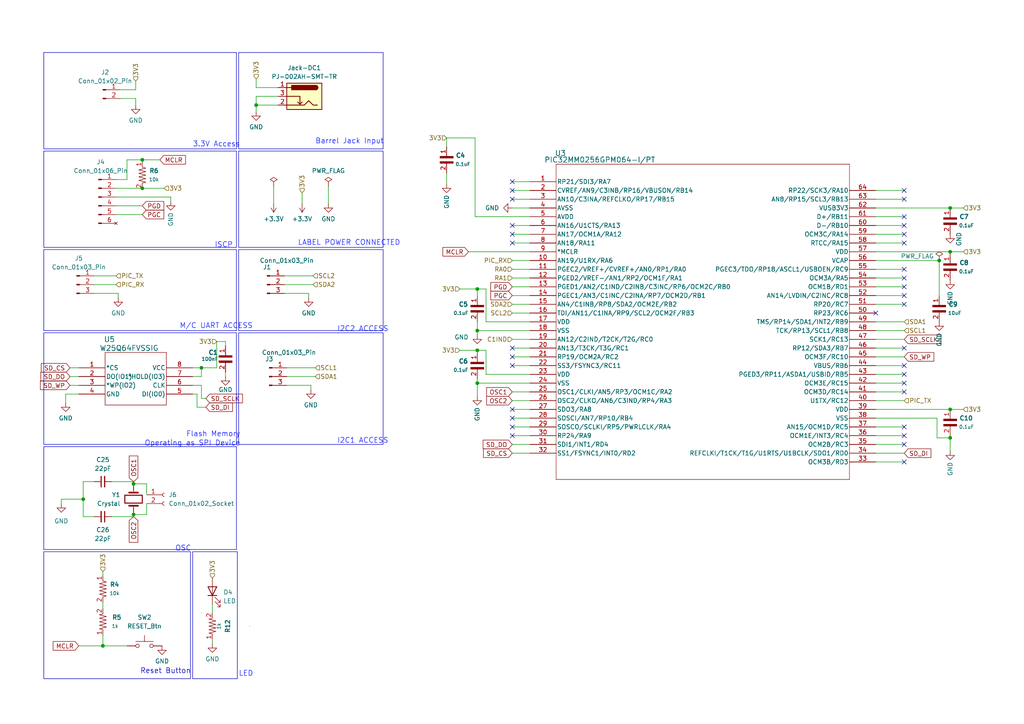
<source format=kicad_sch>
(kicad_sch (version 20230121) (generator eeschema)
  (paper "A4")
  (lib_symbols
    (symbol "+3.3V_1" (power) (pin_numbers hide) (pin_names (offset 0) hide)
      (property "Value" "+3.3V_1" (at 0 3.556 0))
      (symbol "+3.3V_1_0_1"
        (polyline (pts (xy -0.762 1.27) (xy 0 2.54)))
        (polyline (pts (xy 0 0) (xy 0 2.54)))
        (polyline (pts (xy 0 2.54) (xy 0.762 1.27)))
      )
      (symbol "+3.3V_1_1_1"
        (pin power_in line (at 0 0 90) (length 0) hide (name "+3.3V") (number "1"))
      )
    )
    (symbol "Connector:Conn_01x02_Pin" (pin_names (offset 1.016) hide)
      (property "Reference" "J" (at 0 2.54 0))
      (property "Value" "Conn_01x02_Pin" (at 0 -5.08 0))
      (symbol "Conn_01x02_Pin_1_1"
        (polyline (pts (xy 1.27 -2.54) (xy 0.8636 -2.54)) (stroke (width 0.1524)))
        (polyline (pts (xy 1.27 0) (xy 0.8636 0)) (stroke (width 0.1524)))
        (rectangle (start 0.8636 -2.413) (end 0 -2.667) (stroke (width 0.1524)) (fill (type outline)))
        (rectangle (start 0.8636 0.127) (end 0 -0.127) (stroke (width 0.1524)) (fill (type outline)))
        (pin passive line (at 5.08 0 180) (length 3.81) (name "Pin_1") (number "1"))
        (pin passive line (at 5.08 -2.54 180) (length 3.81) (name "Pin_2") (number "2"))
      )
    )
    (symbol "Connector:Conn_01x02_Socket" (pin_names (offset 1.016) hide)
      (property "Reference" "J" (at 0 2.54 0))
      (property "Value" "Conn_01x02_Socket" (at 0 -5.08 0))
      (symbol "Conn_01x02_Socket_1_1"
        (arc (start 0 -2.032) (mid -0.5058 -2.54) (end 0 -3.048) (stroke (width 0.1524)))
        (polyline (pts (xy -1.27 -2.54) (xy -0.508 -2.54)) (stroke (width 0.1524)))
        (polyline (pts (xy -1.27 0) (xy -0.508 0)) (stroke (width 0.1524)))
        (arc (start 0 0.508) (mid -0.5058 0) (end 0 -0.508) (stroke (width 0.1524)))
        (pin passive line (at -5.08 0 0) (length 3.81) (name "Pin_1") (number "1"))
        (pin passive line (at -5.08 -2.54 0) (length 3.81) (name "Pin_2") (number "2"))
      )
    )
    (symbol "Connector:Conn_01x03_Pin" (pin_names (offset 1.016) hide)
      (property "Reference" "J" (at 0 5.08 0))
      (property "Value" "Conn_01x03_Pin" (at 0 -5.08 0))
      (symbol "Conn_01x03_Pin_1_1"
        (polyline (pts (xy 1.27 -2.54) (xy 0.8636 -2.54)) (stroke (width 0.1524)))
        (polyline (pts (xy 1.27 0) (xy 0.8636 0)) (stroke (width 0.1524)))
        (polyline (pts (xy 1.27 2.54) (xy 0.8636 2.54)) (stroke (width 0.1524)))
        (rectangle (start 0.8636 -2.413) (end 0 -2.667) (stroke (width 0.1524)) (fill (type outline)))
        (rectangle (start 0.8636 0.127) (end 0 -0.127) (stroke (width 0.1524)) (fill (type outline)))
        (rectangle (start 0.8636 2.667) (end 0 2.413) (stroke (width 0.1524)) (fill (type outline)))
        (pin passive line (at 5.08 2.54 180) (length 3.81) (name "Pin_1") (number "1"))
        (pin passive line (at 5.08 0 180) (length 3.81) (name "Pin_2") (number "2"))
        (pin passive line (at 5.08 -2.54 180) (length 3.81) (name "Pin_3") (number "3"))
      )
    )
    (symbol "Connector:Conn_01x06_Pin" (pin_names (offset 1.016) hide)
      (property "Reference" "J3" (at 0.635 10.16 0))
      (property "Value" "Conn_01x06_Pin" (at 0.635 7.62 0))
      (symbol "Conn_01x06_Pin_1_1"
        (polyline (pts (xy 1.27 -7.62) (xy 0.8636 -7.62)) (stroke (width 0.1524)))
        (polyline (pts (xy 1.27 -5.08) (xy 0.8636 -5.08)) (stroke (width 0.1524)))
        (polyline (pts (xy 1.27 -2.54) (xy 0.8636 -2.54)) (stroke (width 0.1524)))
        (polyline (pts (xy 1.27 0) (xy 0.8636 0)) (stroke (width 0.1524)))
        (polyline (pts (xy 1.27 2.54) (xy 0.8636 2.54)) (stroke (width 0.1524)))
        (polyline (pts (xy 1.27 5.08) (xy 0.8636 5.08)) (stroke (width 0.1524)))
        (rectangle (start 0.8636 -7.493) (end 0 -7.747) (stroke (width 0.1524)) (fill (type outline)))
        (rectangle (start 0.8636 -4.953) (end 0 -5.207) (stroke (width 0.1524)) (fill (type outline)))
        (rectangle (start 0.8636 -2.413) (end 0 -2.667) (stroke (width 0.1524)) (fill (type outline)))
        (rectangle (start 0.8636 0.127) (end 0 -0.127) (stroke (width 0.1524)) (fill (type outline)))
        (rectangle (start 0.8636 2.667) (end 0 2.413) (stroke (width 0.1524)) (fill (type outline)))
        (rectangle (start 0.8636 5.207) (end 0 4.953) (stroke (width 0.1524)) (fill (type outline)))
        (pin passive line (at 5.08 5.08 180) (length 3.81) (name "Pin_1") (number "1"))
        (pin passive line (at 5.08 2.54 180) (length 3.81) (name "Pin_2") (number "2"))
        (pin passive line (at 5.08 0 180) (length 3.81) (name "Pin_3") (number "3"))
        (pin passive line (at 5.08 -2.54 180) (length 3.81) (name "Pin_4") (number "4"))
        (pin passive line (at 5.08 -5.08 180) (length 3.81) (name "Pin_5") (number "5"))
        (pin no_connect line (at 5.08 -7.62 180) (length 3.81) (name "Pin_6") (number "6"))
      )
    )
    (symbol "Device:C_Small" (pin_numbers hide) (pin_names (offset 0.254) hide)
      (property "Reference" "C" (at 0.254 1.778 0))
      (property "Value" "C_Small" (at 0.254 -2.032 0))
      (symbol "C_Small_0_1"
        (polyline (pts (xy -1.524 -0.508) (xy 1.524 -0.508)) (stroke (width 0.3302)))
        (polyline (pts (xy -1.524 0.508) (xy 1.524 0.508)) (stroke (width 0.3048)))
      )
      (symbol "C_Small_1_1"
        (pin passive line (at 0 2.54 270) (length 2.032) (name "~") (number "1"))
        (pin passive line (at 0 -2.54 90) (length 2.032) (name "~") (number "2"))
      )
    )
    (symbol "Device:Crystal" (pin_numbers hide) (pin_names (offset 1.016) hide)
      (property "Reference" "Y" (at 0 3.81 0))
      (property "Value" "Crystal" (at 0 -3.81 0))
      (symbol "Crystal_0_1"
        (rectangle (start -1.143 2.54) (end 1.143 -2.54) (stroke (width 0.3048)))
        (polyline (pts (xy -2.54 0) (xy -1.905 0)))
        (polyline (pts (xy -1.905 -1.27) (xy -1.905 1.27)) (stroke (width 0.508)))
        (polyline (pts (xy 1.905 -1.27) (xy 1.905 1.27)) (stroke (width 0.508)))
        (polyline (pts (xy 2.54 0) (xy 1.905 0)))
      )
      (symbol "Crystal_1_1"
        (pin passive line (at -3.81 0 0) (length 1.27) (name "1") (number "1"))
        (pin passive line (at 3.81 0 180) (length 1.27) (name "2") (number "2"))
      )
    )
    (symbol "Device:LED" (pin_numbers hide) (pin_names (offset 1.016) hide)
      (property "Reference" "D" (at 0 2.54 0))
      (property "Value" "LED" (at 0 -2.54 0))
      (symbol "LED_0_1"
        (polyline (pts (xy -1.27 -1.27) (xy -1.27 1.27)) (stroke (width 0.254)))
        (polyline (pts (xy -1.27 0) (xy 1.27 0)))
        (polyline (pts (xy 1.27 -1.27) (xy 1.27 1.27) (xy -1.27 0) (xy 1.27 -1.27)) (stroke (width 0.254)))
        (polyline (pts (xy -3.048 -0.762) (xy -4.572 -2.286) (xy -3.81 -2.286) (xy -4.572 -2.286) (xy -4.572 -1.524)))
        (polyline (pts (xy -1.778 -0.762) (xy -3.302 -2.286) (xy -2.54 -2.286) (xy -3.302 -2.286) (xy -3.302 -1.524)))
      )
      (symbol "LED_1_1"
        (pin passive line (at -3.81 0 0) (length 2.54) (name "K") (number "1"))
        (pin passive line (at 3.81 0 180) (length 2.54) (name "A") (number "2"))
      )
    )
    (symbol "GND_1" (power) (pin_numbers hide) (pin_names (offset 0) hide)
      (property "Value" "GND_1" (at 0 -3.81 0))
      (symbol "GND_1_0_1"
        (polyline (pts (xy 0 0) (xy 0 -1.27) (xy 1.27 -1.27) (xy 0 -2.54) (xy -1.27 -1.27) (xy 0 -1.27)))
      )
      (symbol "GND_1_1_1"
        (pin power_in line (at 0 0 270) (length 0) hide (name "GND") (number "1"))
      )
    )
    (symbol "PIC32MM0256GPM064:PIC32MM0256GPM064-I_MR" (pin_names (offset 0.254))
      (property "Reference" "U3" (at 109.855 -22.225 0))
      (property "Value" "PIC32MM0256GPM064-I/PT" (at 121.285 -24.13 0))
      (symbol "PIC32MM0256GPM064-I_MR_0_1"
        (polyline (pts (xy 108.585 -25.4) (xy 108.585 -116.84)) (stroke (width 0.127)))
        (polyline (pts (xy 193.675 -116.84) (xy 193.675 -25.4)) (stroke (width 0.127)))
        (pin bidirectional line (at 100.965 -30.48 0) (length 7.62) (name "RP21/SDI3/RA7") (number "1"))
        (pin bidirectional line (at 100.965 -53.34 0) (length 7.62) (name "AN19/U1RX/RA6") (number "10"))
        (pin bidirectional line (at 100.965 -55.88 0) (length 7.62) (name "PGEC2/VREF+/CVREF+/AN0/RP1/RA0") (number "11"))
        (pin bidirectional line (at 100.965 -58.42 0) (length 7.62) (name "PGED2/VREF-/AN1/RP2/OCM1F/RA1") (number "12"))
        (pin bidirectional line (at 100.965 -60.96 0) (length 7.62) (name "PGED1/AN2/C1IND/C2INB/C3INC/RP6/OCM2C/RB0") (number "13"))
        (pin bidirectional line (at 100.965 -63.5 0) (length 7.62) (name "PGEC1/AN3/C1INC/C2INA/RP7/OCM2D/RB1") (number "14"))
        (pin bidirectional line (at 100.965 -66.04 0) (length 7.62) (name "AN4/C1INB/RP8/SDA2/OCM2E/RB2") (number "15"))
        (pin bidirectional line (at 100.965 -68.58 0) (length 7.62) (name "TDI/AN11/C1INA/RP9/SCL2/OCM2F/RB3") (number "16"))
        (pin power_in line (at 100.965 -71.12 0) (length 7.62) (name "VDD") (number "17"))
        (pin bidirectional line (at 100.965 -76.2 0) (length 7.62) (name "AN12/C2IND/T2CK/T2G/RC0") (number "19"))
        (pin bidirectional line (at 100.965 -33.02 0) (length 7.62) (name "CVREF/AN9/C3INB/RP16/VBUSON/RB14") (number "2"))
        (pin bidirectional line (at 100.965 -78.74 0) (length 7.62) (name "AN13/T3CK/T3G/RC1") (number "20"))
        (pin bidirectional line (at 100.965 -81.28 0) (length 7.62) (name "RP19/OCM2A/RC2") (number "21"))
        (pin bidirectional line (at 100.965 -83.82 0) (length 7.62) (name "SS3/FSYNC3/RC11") (number "22"))
        (pin power_in line (at 100.965 -86.36 0) (length 7.62) (name "VDD") (number "23"))
        (pin bidirectional line (at 100.965 -91.44 0) (length 7.62) (name "OSC1/CLKI/AN5/RP3/OCM1C/RA2") (number "25"))
        (pin bidirectional line (at 100.965 -93.98 0) (length 7.62) (name "OSC2/CLKO/AN6/C3IND/RP4/RA3") (number "26"))
        (pin bidirectional line (at 100.965 -96.52 0) (length 7.62) (name "SDO3/RA8") (number "27"))
        (pin bidirectional line (at 100.965 -99.06 0) (length 7.62) (name "SOSCI/AN7/RP10/RB4") (number "28"))
        (pin bidirectional line (at 100.965 -101.6 0) (length 7.62) (name "SOSCO/SCLKI/RP5/PWRLCLK/RA4") (number "29"))
        (pin bidirectional line (at 100.965 -35.56 0) (length 7.62) (name "AN10/C3INA/REFCLKO/RP17/RB15") (number "3"))
        (pin bidirectional line (at 201.295 -111.76 180) (length 7.62) (name "OCM3B/RD3") (number "33"))
        (pin bidirectional line (at 201.295 -109.22 180) (length 7.62) (name "REFCLKI/T1CK/T1G/U1RTS/U1BCLK/SDO1/RD0") (number "34"))
        (pin bidirectional line (at 201.295 -106.68 180) (length 7.62) (name "OCM2B/RC3") (number "35"))
        (pin bidirectional line (at 201.295 -104.14 180) (length 7.62) (name "OCM1E/INT3/RC4") (number "36"))
        (pin bidirectional line (at 201.295 -101.6 180) (length 7.62) (name "AN15/OCM1D/RC5") (number "37"))
        (pin power_in line (at 201.295 -96.52 180) (length 7.62) (name "VDD") (number "39"))
        (pin bidirectional line (at 201.295 -93.98 180) (length 7.62) (name "U1TX/RC12") (number "40"))
        (pin bidirectional line (at 201.295 -91.44 180) (length 7.62) (name "OCM3D/RC14") (number "41"))
        (pin bidirectional line (at 201.295 -88.9 180) (length 7.62) (name "OCM3E/RC15") (number "42"))
        (pin bidirectional line (at 201.295 -86.36 180) (length 7.62) (name "PGED3/RP11/ASDA1/USBID/RB5") (number "43"))
        (pin unspecified line (at 201.295 -83.82 180) (length 7.62) (name "VBUS/RB6") (number "44"))
        (pin bidirectional line (at 201.295 -81.28 180) (length 7.62) (name "OCM3F/RC10") (number "45"))
        (pin bidirectional line (at 201.295 -78.74 180) (length 7.62) (name "RP12/SDA3/RB7") (number "46"))
        (pin bidirectional line (at 201.295 -76.2 180) (length 7.62) (name "SCK1/RC13") (number "47"))
        (pin bidirectional line (at 201.295 -73.66 180) (length 7.62) (name "TCK/RP13/SCL1/RB8") (number "48"))
        (pin bidirectional line (at 201.295 -71.12 180) (length 7.62) (name "TMS/RP14/SDA1/INT2/RB9") (number "49"))
        (pin power_in line (at 100.965 -40.64 0) (length 7.62) (name "AVDD") (number "5"))
        (pin bidirectional line (at 201.295 -68.58 180) (length 7.62) (name "RP23/RC6") (number "50"))
        (pin bidirectional line (at 201.295 -66.04 180) (length 7.62) (name "RP20/RC7") (number "51"))
        (pin bidirectional line (at 201.295 -63.5 180) (length 7.62) (name "AN14/LVDIN/C2INC/RC8") (number "52"))
        (pin bidirectional line (at 201.295 -60.96 180) (length 7.62) (name "OCM1B/RD1") (number "53"))
        (pin bidirectional line (at 201.295 -58.42 180) (length 7.62) (name "OCM3A/RA5") (number "54"))
        (pin bidirectional line (at 201.295 -55.88 180) (length 7.62) (name "PGEC3/TDO/RP18/ASCL1/USBOEN/RC9") (number "55"))
        (pin power_in line (at 201.295 -53.34 180) (length 7.62) (name "VCAP") (number "56"))
        (pin power_in line (at 201.295 -50.8 180) (length 7.62) (name "VDD") (number "57"))
        (pin bidirectional line (at 201.295 -48.26 180) (length 7.62) (name "RTCC/RA15") (number "58"))
        (pin bidirectional line (at 201.295 -45.72 180) (length 7.62) (name "OCM3C/RA14") (number "59"))
        (pin bidirectional line (at 100.965 -43.18 0) (length 7.62) (name "AN16/U1CTS/RA13") (number "6"))
        (pin bidirectional line (at 201.295 -43.18 180) (length 7.62) (name "D-/RB10") (number "60"))
        (pin bidirectional line (at 201.295 -40.64 180) (length 7.62) (name "D+/RB11") (number "61"))
        (pin power_in line (at 201.295 -38.1 180) (length 7.62) (name "VUSB3V3") (number "62"))
        (pin bidirectional line (at 201.295 -35.56 180) (length 7.62) (name "AN8/RP15/SCL3/RB13") (number "63"))
        (pin bidirectional line (at 201.295 -33.02 180) (length 7.62) (name "RP22/SCK3/RA10") (number "64"))
        (pin bidirectional line (at 100.965 -45.72 0) (length 7.62) (name "AN17/OCM1A/RA12") (number "7"))
        (pin bidirectional line (at 100.965 -48.26 0) (length 7.62) (name "AN18/RA11") (number "8"))
        (pin input line (at 100.965 -50.8 0) (length 7.62) (name "*MCLR") (number "9"))
      )
      (symbol "PIC32MM0256GPM064-I_MR_1_1"
        (polyline (pts (xy 193.675 -116.84) (xy 108.585 -116.84)))
        (polyline (pts (xy 193.675 -25.4) (xy 108.585 -25.4)))
        (pin power_in line (at 100.965 -73.66 0) (length 7.62) (name "VSS") (number "18"))
        (pin power_in line (at 100.965 -88.9 0) (length 7.62) (name "VSS") (number "24"))
        (pin bidirectional line (at 100.965 -104.14 0) (length 7.62) (name "RP24/RA9") (number "30"))
        (pin bidirectional line (at 100.965 -106.68 0) (length 7.62) (name "SDI1/INT1/RD4") (number "31"))
        (pin bidirectional line (at 100.965 -109.22 0) (length 7.62) (name "SS1/FSYNC1/INT0/RD2") (number "32"))
        (pin power_in line (at 201.295 -99.06 180) (length 7.62) (name "VSS") (number "38"))
        (pin power_in line (at 100.965 -38.1 0) (length 7.62) (name "AVSS") (number "4"))
      )
    )
    (symbol "Switch:SW_Push" (pin_numbers hide) (pin_names (offset 1.016) hide)
      (property "Reference" "SW" (at 1.27 2.54 0))
      (property "Value" "SW_Push" (at 0 -1.524 0))
      (symbol "SW_Push_0_1"
        (circle (center -2.032 0) (radius 0.508))
        (polyline (pts (xy 0 1.27) (xy 0 3.048)))
        (polyline (pts (xy 2.54 1.27) (xy -2.54 1.27)))
        (circle (center 2.032 0) (radius 0.508))
        (pin passive line (at -5.08 0 0) (length 2.54) (name "1") (number "1"))
        (pin passive line (at 5.08 0 180) (length 2.54) (name "2") (number "2"))
      )
    )
    (symbol "Triet_KiCAD_Sym:CAP_CER" (pin_names hide)
      (property "Reference" "C" (at 4.445 1.905 0))
      (property "Value" "nF" (at 4.445 0 0))
      (symbol "CAP_CER_0_1"
        (rectangle (start -1.905 -0.508) (end 1.905 -1.016) (fill (type outline)))
      )
      (symbol "CAP_CER_1_1"
        (rectangle (start -1.905 1.016) (end 1.905 0.508) (fill (type color) (color 132 0 0 1)))
        (pin passive line (at 0 3.81 270) (length 2.794) (name "~") (number "1"))
        (pin passive line (at 0 -3.81 90) (length 2.794) (name "~") (number "2"))
      )
    )
    (symbol "Triet_KiCAD_Sym:PJ-002AH-SMT-TR"
      (property "Reference" "Jack-DC" (at -6.985 5.08 0))
      (property "Value" "PJ-002AH-SMT-TR" (at -6.985 2.54 0))
      (symbol "PJ-002AH-SMT-TR_0_1"
        (rectangle (start -12.7 1.27) (end -2.54 -6.35) (stroke (width 0.254)) (fill (type background)))
        (arc (start -10.922 0.635) (mid -11.5543 0) (end -10.922 -0.635) (stroke (width 0.254)))
        (arc (start -10.922 0.635) (mid -11.5543 0) (end -10.922 -0.635) (stroke (width 0.254)) (fill (type outline)))
        (rectangle (start -3.937 0.635) (end -10.922 -0.635) (stroke (width 0.254)) (fill (type outline)))
        (polyline (pts (xy -6.35 -4.826) (xy -5.715 -4.191)) (stroke (width 0.254)))
        (polyline (pts (xy -2.54 0) (xy -3.81 0)) (stroke (width 0.254)))
        (polyline (pts (xy -2.54 -2.54) (xy -6.35 -2.54) (xy -6.35 -4.826) (xy -6.985 -4.191)) (stroke (width 0.254)))
        (polyline (pts (xy -11.43 -5.08) (xy -10.16 -5.08) (xy -8.89 -3.81) (xy -7.62 -5.08) (xy -5.08 -5.08) (xy -2.54 -5.08)) (stroke (width 0.254)))
      )
      (symbol "PJ-002AH-SMT-TR_1_1"
        (pin passive line (at 0 0 180) (length 2.54) (name "~") (number "1"))
        (pin passive line (at 0 -5.08 180) (length 2.54) (name "~") (number "2"))
        (pin passive line (at 0 -2.54 180) (length 2.54) (name "~") (number "3"))
      )
    )
    (symbol "Triet_KiCAD_Sym:Res" (pin_names hide)
      (property "Reference" "R" (at 0 4.445 0))
      (property "Value" "100R" (at 0 2.54 0))
      (symbol "Res_0_1"
        (polyline (pts (xy -1.778 0) (xy -2.032 1.016) (xy -2.286 0) (xy -2.54 0) (xy -2.54 0)))
        (polyline (pts (xy -1.27 0) (xy -1.524 -1.016) (xy -1.778 0) (xy -1.778 0) (xy -1.778 0)))
        (polyline (pts (xy -1.27 0) (xy -1.016 1.016) (xy -0.762 0) (xy -0.508 -1.016) (xy -0.254 0)))
        (polyline (pts (xy -0.254 0) (xy 0 1.016) (xy 0.254 0) (xy 0.508 -1.016) (xy 0.762 0)))
        (polyline (pts (xy 0.762 0) (xy 1.016 1.016) (xy 1.27 0) (xy 1.27 0) (xy 1.27 0)))
        (polyline (pts (xy 1.778 0) (xy 1.524 -1.016) (xy 1.27 0) (xy 1.27 0) (xy 1.27 0)))
        (polyline (pts (xy 1.778 0) (xy 2.032 1.016) (xy 2.286 0) (xy 2.54 0) (xy 2.54 0)))
      )
      (symbol "Res_1_1"
        (pin passive line (at -3.81 0 0) (length 1.27) (name "~") (number "1"))
        (pin passive line (at 3.81 0 180) (length 1.27) (name "~") (number "2"))
      )
    )
    (symbol "W25Q64FVSSIG:W25Q64FVSSIG" (pin_names (offset 0.254))
      (property "Reference" "U5" (at 81.915 -1.27 0))
      (property "Value" "W25Q64FVSSIG" (at 87.63 -3.81 0))
      (symbol "W25Q64FVSSIG_0_1"
        (pin input line (at 73.025 -9.525 0) (length 7.62) (name "*CS") (number "1"))
        (pin bidirectional line (at 73.025 -12.065 0) (length 7.62) (name "DO(IO1)") (number "2"))
        (pin bidirectional line (at 73.025 -14.605 0) (length 7.62) (name "*WP(IO2)") (number "3"))
        (pin power_in line (at 73.025 -17.145 0) (length 7.62) (name "GND") (number "4"))
        (pin bidirectional line (at 106.045 -17.145 180) (length 7.62) (name "DI(IO0)") (number "5"))
        (pin input line (at 106.045 -14.605 180) (length 7.62) (name "CLK") (number "6"))
        (pin bidirectional line (at 106.045 -12.065 180) (length 7.62) (name "*HOLD(IO3)") (number "7"))
        (pin power_in line (at 106.045 -9.525 180) (length 7.62) (name "VCC") (number "8"))
      )
      (symbol "W25Q64FVSSIG_1_1"
        (rectangle (start 80.645 -5.08) (end 98.425 -20.32) (fill (type color)))
      )
    )
    (symbol "power:+3.3V" (power) (pin_numbers hide) (pin_names (offset 0) hide)
      (property "Value" "+3.3V" (at 0 3.556 0))
      (symbol "+3.3V_0_1"
        (polyline (pts (xy -0.762 1.27) (xy 0 2.54)))
        (polyline (pts (xy 0 0) (xy 0 2.54)))
        (polyline (pts (xy 0 2.54) (xy 0.762 1.27)))
      )
      (symbol "+3.3V_1_1"
        (pin power_in line (at 0 0 90) (length 0) hide (name "+3.3V") (number "1"))
      )
    )
    (symbol "power:GND" (power) (pin_numbers hide) (pin_names (offset 0) hide)
      (property "Value" "GND" (at 0 -3.81 0))
      (symbol "GND_0_1"
        (polyline (pts (xy 0 0) (xy 0 -1.27) (xy 1.27 -1.27) (xy 0 -2.54) (xy -1.27 -1.27) (xy 0 -1.27)))
      )
      (symbol "GND_1_1"
        (pin power_in line (at 0 0 270) (length 0) hide (name "GND") (number "1"))
      )
    )
    (symbol "power:PWR_FLAG" (power) (pin_numbers hide) (pin_names (offset 0) hide)
      (property "Value" "PWR_FLAG" (at 0 3.81 0))
      (symbol "PWR_FLAG_0_0"
        (pin power_out line (at 0 0 90) (length 0) (name "pwr") (number "1"))
      )
      (symbol "PWR_FLAG_0_1"
        (polyline (pts (xy 0 0) (xy 0 1.27) (xy -1.016 1.905) (xy 0 2.54) (xy 1.016 1.905) (xy 0 1.27)))
      )
    )
  )
  (junction (at 24.13 144.78))
  (junction (at 275.59 118.745))
  (junction (at 138.43 83.82))
  (junction (at 74.295 30.48))
  (junction (at 272.415 75.565))
  (junction (at 138.43 95.885))
  (junction (at 138.43 111.125))
  (junction (at 275.59 60.325))
  (junction (at 275.59 127))
  (junction (at 38.735 140.335))
  (junction (at 38.735 149.225))
  (junction (at 41.275 46.355))
  (junction (at 41.275 54.61))
  (junction (at 58.42 106.68))
  (junction (at 29.845 187.325))
  (junction (at 275.59 73.025))
  (junction (at 138.43 101.6))
  (no_connect (at 148.59 57.785))
  (no_connect (at 262.255 70.485))
  (no_connect (at 262.255 100.965))
  (no_connect (at 262.255 65.405))
  (no_connect (at 262.255 80.645))
  (no_connect (at 262.255 133.985))
  (no_connect (at 262.255 57.785))
  (no_connect (at 262.255 108.585))
  (no_connect (at 262.255 126.365))
  (no_connect (at 148.59 55.245))
  (no_connect (at 262.255 62.865))
  (no_connect (at 262.255 55.245))
  (no_connect (at 148.59 70.485))
  (no_connect (at 148.59 118.745))
  (no_connect (at 148.59 106.045))
  (no_connect (at 148.59 123.825))
  (no_connect (at 148.59 67.945))
  (no_connect (at 262.255 123.825))
  (no_connect (at 148.59 103.505))
  (no_connect (at 262.255 78.105))
  (no_connect (at 148.59 65.405))
  (no_connect (at 262.255 106.045))
  (no_connect (at 262.255 67.945))
  (no_connect (at 262.255 111.125))
  (no_connect (at 262.255 85.725))
  (no_connect (at 148.59 121.285))
  (no_connect (at 254 90.805))
  (no_connect (at 148.59 100.965))
  (no_connect (at 148.59 126.365))
  (no_connect (at 262.255 113.665))
  (no_connect (at 262.255 88.265))
  (no_connect (at 148.59 52.705))
  (no_connect (at 262.255 128.905))
  (no_connect (at 262.255 83.185))
  (wire (pts (xy 148.59 118.745) (xy 153.67 118.745)))
  (wire (pts (xy 38.735 149.86) (xy 32.385 149.86)))
  (wire (pts (xy 275.59 73.025) (xy 275.59 73.66)))
  (wire (pts (xy 57.15 118.11) (xy 59.69 118.11)))
  (wire (pts (xy 275.59 118.745) (xy 279.4 118.745)))
  (wire (pts (xy 33.655 62.23) (xy 41.275 62.23)))
  (wire (pts (xy 148.59 126.365) (xy 153.67 126.365)))
  (wire (pts (xy 148.59 52.705) (xy 153.67 52.705)))
  (wire (pts (xy 272.415 75.565) (xy 272.415 85.725)))
  (wire (pts (xy 148.59 128.905) (xy 153.67 128.905)))
  (wire (pts (xy 38.735 139.7) (xy 38.735 140.335)))
  (wire (pts (xy 254 118.745) (xy 275.59 118.745)))
  (wire (pts (xy 55.88 111.76) (xy 58.42 111.76)))
  (wire (pts (xy 38.735 139.7) (xy 32.385 139.7)))
  (wire (pts (xy 74.295 30.48) (xy 80.645 30.48)))
  (wire (pts (xy 275.59 126.365) (xy 275.59 127)))
  (wire (pts (xy 49.53 57.15) (xy 49.53 58.42)))
  (wire (pts (xy 254 75.565) (xy 272.415 75.565)))
  (wire (pts (xy 254 60.325) (xy 275.59 60.325)))
  (wire (pts (xy 254 57.785) (xy 262.255 57.785)))
  (wire (pts (xy 140.97 108.585) (xy 153.67 108.585)))
  (wire (pts (xy 254 121.285) (xy 271.78 121.285)))
  (wire (pts (xy 254 106.045) (xy 262.255 106.045)))
  (wire (pts (xy 42.545 143.51) (xy 42.545 140.335)))
  (wire (pts (xy 254 93.345) (xy 262.255 93.345)))
  (wire (pts (xy 148.59 83.185) (xy 153.67 83.185)))
  (wire (pts (xy 20.32 109.22) (xy 22.86 109.22)))
  (wire (pts (xy 254 95.885) (xy 262.255 95.885)))
  (wire (pts (xy 42.545 149.225) (xy 38.735 149.225)))
  (wire (pts (xy 83.185 109.22) (xy 91.44 109.22)))
  (wire (pts (xy 29.845 165.735) (xy 29.845 167.005)))
  (wire (pts (xy 254 80.645) (xy 262.255 80.645)))
  (wire (pts (xy 29.845 174.625) (xy 29.845 176.53)))
  (wire (pts (xy 36.83 52.07) (xy 36.83 46.355)))
  (wire (pts (xy 41.275 46.355) (xy 41.275 46.99)))
  (wire (pts (xy 82.55 82.55) (xy 90.805 82.55)))
  (wire (pts (xy 148.59 103.505) (xy 153.67 103.505)))
  (wire (pts (xy 254 70.485) (xy 262.255 70.485)))
  (wire (pts (xy 254 131.445) (xy 262.255 131.445)))
  (wire (pts (xy 17.78 146.05) (xy 17.78 144.78)))
  (wire (pts (xy 254 133.985) (xy 262.255 133.985)))
  (wire (pts (xy 254 85.725) (xy 262.255 85.725)))
  (wire (pts (xy 27.305 80.01) (xy 33.655 80.01)))
  (wire (pts (xy 27.305 139.7) (xy 24.13 139.7)))
  (wire (pts (xy 58.42 106.68) (xy 62.865 106.68)))
  (wire (pts (xy 74.295 27.94) (xy 74.295 30.48)))
  (wire (pts (xy 254 88.265) (xy 262.255 88.265)))
  (wire (pts (xy 22.86 187.325) (xy 29.845 187.325)))
  (wire (pts (xy 148.59 116.205) (xy 153.67 116.205)))
  (wire (pts (xy 36.83 46.355) (xy 41.275 46.355)))
  (wire (pts (xy 29.845 184.15) (xy 29.845 187.325)))
  (wire (pts (xy 254 83.185) (xy 262.255 83.185)))
  (wire (pts (xy 275.59 73.025) (xy 279.4 73.025)))
  (wire (pts (xy 34.925 28.575) (xy 39.37 28.575)))
  (wire (pts (xy 24.13 149.86) (xy 27.305 149.86)))
  (wire (pts (xy 19.05 114.3) (xy 22.86 114.3)))
  (wire (pts (xy 90.17 111.76) (xy 90.17 113.03)))
  (wire (pts (xy 254 111.125) (xy 262.255 111.125)))
  (wire (pts (xy 80.645 27.94) (xy 74.295 27.94)))
  (wire (pts (xy 254 78.105) (xy 262.255 78.105)))
  (wire (pts (xy 254 103.505) (xy 262.255 103.505)))
  (wire (pts (xy 271.78 121.285) (xy 271.78 127)))
  (wire (pts (xy 55.88 106.68) (xy 58.42 106.68)))
  (wire (pts (xy 254 113.665) (xy 262.255 113.665)))
  (wire (pts (xy 133.35 101.6) (xy 138.43 101.6)))
  (wire (pts (xy 140.97 108.585) (xy 140.97 101.6)))
  (wire (pts (xy 140.97 83.82) (xy 138.43 83.82)))
  (wire (pts (xy 129.54 40.005) (xy 137.795 40.005)))
  (wire (pts (xy 148.59 60.325) (xy 153.67 60.325)))
  (wire (pts (xy 148.59 113.665) (xy 153.67 113.665)))
  (wire (pts (xy 148.59 57.785) (xy 153.67 57.785)))
  (wire (pts (xy 34.925 26.035) (xy 39.37 26.035)))
  (wire (pts (xy 138.43 101.6) (xy 138.43 102.235)))
  (wire (pts (xy 138.43 109.855) (xy 138.43 111.125)))
  (wire (pts (xy 42.545 146.05) (xy 42.545 149.225)))
  (wire (pts (xy 39.37 28.575) (xy 39.37 30.48)))
  (wire (pts (xy 41.275 54.61) (xy 47.625 54.61)))
  (wire (pts (xy 140.97 93.345) (xy 140.97 83.82)))
  (wire (pts (xy 58.42 115.57) (xy 59.69 115.57)))
  (wire (pts (xy 39.37 23.495) (xy 39.37 26.035)))
  (wire (pts (xy 137.795 62.865) (xy 153.67 62.865)))
  (wire (pts (xy 148.59 123.825) (xy 153.67 123.825)))
  (wire (pts (xy 74.295 22.86) (xy 74.295 25.4)))
  (wire (pts (xy 140.97 93.345) (xy 153.67 93.345)))
  (wire (pts (xy 148.59 88.265) (xy 153.67 88.265)))
  (wire (pts (xy 24.13 144.78) (xy 24.13 149.86)))
  (wire (pts (xy 33.655 52.07) (xy 36.83 52.07)))
  (wire (pts (xy 254 62.865) (xy 262.255 62.865)))
  (wire (pts (xy 33.655 54.61) (xy 41.275 54.61)))
  (wire (pts (xy 87.63 55.88) (xy 87.63 59.055)))
  (wire (pts (xy 83.185 111.76) (xy 90.17 111.76)))
  (wire (pts (xy 27.305 85.09) (xy 34.29 85.09)))
  (wire (pts (xy 38.735 148.59) (xy 38.735 149.225)))
  (wire (pts (xy 254 108.585) (xy 262.255 108.585)))
  (wire (pts (xy 254 55.245) (xy 262.255 55.245)))
  (wire (pts (xy 254 100.965) (xy 262.255 100.965)))
  (wire (pts (xy 138.43 111.125) (xy 153.67 111.125)))
  (wire (pts (xy 38.735 149.225) (xy 38.735 149.86)))
  (wire (pts (xy 83.185 106.68) (xy 91.44 106.68)))
  (wire (pts (xy 129.54 53.34) (xy 129.54 50.165)))
  (wire (pts (xy 148.59 90.805) (xy 153.67 90.805)))
  (wire (pts (xy 65.405 100.33) (xy 65.405 99.06)))
  (wire (pts (xy 20.32 106.68) (xy 22.86 106.68)))
  (wire (pts (xy 74.295 25.4) (xy 80.645 25.4)))
  (wire (pts (xy 254 98.425) (xy 262.255 98.425)))
  (wire (pts (xy 137.795 40.005) (xy 137.795 62.865)))
  (wire (pts (xy 38.735 140.335) (xy 38.735 140.97)))
  (wire (pts (xy 89.535 85.09) (xy 89.535 86.36)))
  (wire (pts (xy 148.59 106.045) (xy 153.67 106.045)))
  (wire (pts (xy 148.59 65.405) (xy 153.67 65.405)))
  (wire (pts (xy 41.275 46.355) (xy 46.355 46.355)))
  (wire (pts (xy 65.405 107.95) (xy 65.405 109.22)))
  (wire (pts (xy 140.97 101.6) (xy 138.43 101.6)))
  (wire (pts (xy 148.59 100.965) (xy 153.67 100.965)))
  (wire (pts (xy 74.295 30.48) (xy 74.295 32.385)))
  (wire (pts (xy 275.59 127) (xy 275.59 130.81)))
  (wire (pts (xy 27.305 82.55) (xy 33.655 82.55)))
  (wire (pts (xy 275.59 60.325) (xy 279.4 60.325)))
  (wire (pts (xy 135.89 73.025) (xy 153.67 73.025)))
  (wire (pts (xy 79.375 53.975) (xy 79.375 59.055)))
  (wire (pts (xy 61.595 175.26) (xy 61.595 177.8)))
  (wire (pts (xy 138.43 95.885) (xy 153.67 95.885)))
  (wire (pts (xy 19.05 116.84) (xy 19.05 114.3)))
  (wire (pts (xy 254 126.365) (xy 262.255 126.365)))
  (wire (pts (xy 138.43 93.345) (xy 138.43 95.885)))
  (wire (pts (xy 271.78 127) (xy 275.59 127)))
  (wire (pts (xy 29.845 187.325) (xy 36.83 187.325)))
  (wire (pts (xy 95.25 53.975) (xy 95.25 59.055)))
  (wire (pts (xy 42.545 140.335) (xy 38.735 140.335)))
  (wire (pts (xy 275.59 118.745) (xy 275.59 119.38)))
  (wire (pts (xy 17.78 144.78) (xy 24.13 144.78)))
  (wire (pts (xy 148.59 98.425) (xy 153.67 98.425)))
  (wire (pts (xy 148.59 70.485) (xy 153.67 70.485)))
  (wire (pts (xy 148.59 131.445) (xy 153.67 131.445)))
  (wire (pts (xy 148.59 80.645) (xy 153.67 80.645)))
  (wire (pts (xy 148.59 67.945) (xy 153.67 67.945)))
  (wire (pts (xy 254 116.205) (xy 262.255 116.205)))
  (wire (pts (xy 57.15 114.3) (xy 57.15 118.11)))
  (wire (pts (xy 33.655 59.69) (xy 41.275 59.69)))
  (wire (pts (xy 61.595 185.42) (xy 61.595 186.69)))
  (wire (pts (xy 20.32 111.76) (xy 22.86 111.76)))
  (wire (pts (xy 148.59 75.565) (xy 153.67 75.565)))
  (wire (pts (xy 33.655 57.15) (xy 49.53 57.15)))
  (wire (pts (xy 58.42 109.22) (xy 58.42 106.68)))
  (wire (pts (xy 254 65.405) (xy 262.255 65.405)))
  (wire (pts (xy 62.865 106.68) (xy 62.865 99.06)))
  (wire (pts (xy 138.43 83.82) (xy 138.43 85.725)))
  (wire (pts (xy 133.35 83.82) (xy 138.43 83.82)))
  (wire (pts (xy 148.59 78.105) (xy 153.67 78.105)))
  (wire (pts (xy 129.54 42.545) (xy 129.54 40.005)))
  (wire (pts (xy 148.59 121.285) (xy 153.67 121.285)))
  (wire (pts (xy 62.865 99.06) (xy 65.405 99.06)))
  (wire (pts (xy 254 128.905) (xy 262.255 128.905)))
  (wire (pts (xy 138.43 95.885) (xy 138.43 97.155)))
  (wire (pts (xy 24.13 139.7) (xy 24.13 144.78)))
  (wire (pts (xy 148.59 85.725) (xy 153.67 85.725)))
  (wire (pts (xy 55.88 114.3) (xy 57.15 114.3)))
  (wire (pts (xy 254 73.025) (xy 275.59 73.025)))
  (wire (pts (xy 34.29 85.09) (xy 34.29 86.36)))
  (wire (pts (xy 58.42 111.76) (xy 58.42 115.57)))
  (wire (pts (xy 82.55 80.01) (xy 90.805 80.01)))
  (wire (pts (xy 55.88 109.22) (xy 58.42 109.22)))
  (wire (pts (xy 138.43 111.125) (xy 138.43 114.935)))
  (wire (pts (xy 148.59 55.245) (xy 153.67 55.245)))
  (wire (pts (xy 254 67.945) (xy 262.255 67.945)))
  (wire (pts (xy 82.55 85.09) (xy 89.535 85.09)))
  (wire (pts (xy 254 123.825) (xy 262.255 123.825)))
  (rectangle (start 58.42 177.8) (end 58.42 177.8))
  (rectangle (start 69.215 96.52) (end 111.125 128.905))
  (rectangle (start 12.7 96.52) (end 68.58 128.905))
  (rectangle (start 55.88 160.02) (end 68.834 196.85))
  (rectangle (start 12.7 160.02) (end 55.245 196.85))
  (rectangle (start 12.7 15.24) (end 68.58 43.18))
  (rectangle (start 69.215 15.24) (end 111.125 43.18))
  (rectangle (start 12.7 43.815) (end 68.58 71.755))
  (rectangle (start 12.7 72.39) (end 68.58 95.885))
  (rectangle (start 12.7 129.54) (end 68.58 159.385))
  (rectangle (start 72.39 181.61) (end 72.39 181.61))
  (rectangle (start 69.215 43.815) (end 111.125 71.755))
  (rectangle (start 69.215 72.39) (end 111.125 95.885))
  (text "Barrel Jack Input\n" (at 91.44 41.91 0) (effects (font (size 1.5 1.5)) (justify left bottom)))
  (text "Operating as SPI Device\n\n\n\n\n\n" (at 41.91 141.605 0) (effects (font (size 1.5 1.5)) (justify left bottom)))
  (text "LED\n\n" (at 69.215 198.755 0) (effects (font (size 1.5 1.5)) (justify left bottom)))
  (text "M/C UART ACCESS\n\n\n" (at 52.07 100.33 0) (effects (font (size 1.5 1.5)) (justify left bottom)))
  (text "3.3V Access\n\n\n" (at 55.88 47.625 0) (effects (font (size 1.5 1.5)) (justify left bottom)))
  (text "OSC\n\n\n\n\n\n" (at 50.8 172.085 0) (effects (font (size 1.5 1.5)) (justify left bottom)))
  (text "I2C1 ACCESS\n\n\n\n\n" (at 97.79 138.43 0) (effects (font (size 1.5 1.5)) (justify left bottom)))
  (text "Reset Button\n" (at 40.64 195.58 0) (effects (font (size 1.5 1.5)) (justify left bottom)))
  (text "I2C2 ACCESS\n\n\n\n\n" (at 97.79 106.045 0) (effects (font (size 1.5 1.5)) (justify left bottom)))
  (text "LABEL POWER CONNECTED\n\n\n" (at 86.36 76.2 0) (effects (font (size 1.5 1.5)) (justify left bottom)))
  (text "ISCP\n\n\n" (at 62.23 76.835 0) (effects (font (size 1.5 1.5)) (justify left bottom)))
  (text "Flash Memory\n\n\n\n\n" (at 53.975 136.525 0) (effects (font (size 1.5 1.5)) (justify left bottom)))
  (global_label "OSC1" (shape input) (at 148.59 113.665 180) (property "Intersheetrefs" "${INTERSHEET_REFS}" (effects hide)))
  (global_label "SD_DO" (shape input) (at 20.32 109.22 180) (property "Intersheetrefs" "${INTERSHEET_REFS}" (effects hide)))
  (global_label "SD_DI" (shape input) (at 262.255 131.445 0) (property "Intersheetrefs" "${INTERSHEET_REFS}" (effects hide)))
  (global_label "SD_DO" (shape input) (at 148.59 128.905 180) (property "Intersheetrefs" "${INTERSHEET_REFS}" (effects hide)))
  (global_label "PGD" (shape input) (at 148.59 83.185 180) (property "Intersheetrefs" "${INTERSHEET_REFS}" (effects hide)))
  (global_label "PGC" (shape input) (at 41.275 62.23 0) (property "Intersheetrefs" "${INTERSHEET_REFS}" (effects hide)))
  (global_label "MCLR" (shape input) (at 135.89 73.025 180) (property "Intersheetrefs" "${INTERSHEET_REFS}" (effects hide)))
  (global_label "SD_SCLK" (shape input) (at 59.69 115.57 0) (property "Intersheetrefs" "${INTERSHEET_REFS}" (effects hide)))
  (global_label "SD_WP" (shape input) (at 20.32 111.76 180) (property "Intersheetrefs" "${INTERSHEET_REFS}" (effects hide)))
  (global_label "SD_CS" (shape input) (at 20.32 106.68 180) (property "Intersheetrefs" "${INTERSHEET_REFS}" (effects hide)))
  (global_label "SD_CS" (shape input) (at 148.59 131.445 180) (property "Intersheetrefs" "${INTERSHEET_REFS}" (effects hide)))
  (global_label "MCLR" (shape input) (at 22.86 187.325 180) (property "Intersheetrefs" "${INTERSHEET_REFS}" (effects hide)))
  (global_label "PGD" (shape input) (at 41.275 59.69 0) (property "Intersheetrefs" "${INTERSHEET_REFS}" (effects hide)))
  (global_label "SD_WP" (shape input) (at 262.255 103.505 0) (property "Intersheetrefs" "${INTERSHEET_REFS}" (effects hide)))
  (global_label "MCLR" (shape input) (at 46.355 46.355 0) (property "Intersheetrefs" "${INTERSHEET_REFS}" (effects hide)))
  (global_label "OSC1" (shape input) (at 38.735 139.7 90) (property "Intersheetrefs" "${INTERSHEET_REFS}" (effects hide)))
  (global_label "OSC2" (shape input) (at 38.735 149.86 270) (property "Intersheetrefs" "${INTERSHEET_REFS}" (effects hide)))
  (global_label "SD_SCLK" (shape input) (at 262.255 98.425 0) (property "Intersheetrefs" "${INTERSHEET_REFS}" (effects hide)))
  (global_label "SD_DI" (shape input) (at 59.69 118.11 0) (property "Intersheetrefs" "${INTERSHEET_REFS}" (effects hide)))
  (global_label "OSC2" (shape input) (at 148.59 116.205 180) (property "Intersheetrefs" "${INTERSHEET_REFS}" (effects hide)))
  (global_label "PGC" (shape input) (at 148.59 85.725 180) (property "Intersheetrefs" "${INTERSHEET_REFS}" (effects hide)))
  (hierarchical_label "3V3" (shape input) (at 74.295 22.86 90))
  (hierarchical_label "PIC_RX" (shape input) (at 33.655 82.55 0))
  (hierarchical_label "3V3" (shape input) (at 87.63 55.88 90))
  (hierarchical_label "PIC_TX" (shape input) (at 33.655 80.01 0))
  (hierarchical_label "RA1" (shape input) (at 148.59 80.645 180))
  (hierarchical_label "SDA2" (shape input) (at 90.805 82.55 0))
  (hierarchical_label "3V3" (shape input) (at 129.54 40.005 180))
  (hierarchical_label "3V3" (shape input) (at 61.595 167.64 90))
  (hierarchical_label "3V3" (shape input) (at 133.35 83.82 180))
  (hierarchical_label "SCL2" (shape input) (at 90.805 80.01 0))
  (hierarchical_label "SCL2" (shape input) (at 148.59 90.805 180))
  (hierarchical_label "PIC_TX" (shape input) (at 262.255 116.205 0))
  (hierarchical_label "3V3" (shape input) (at 279.4 73.025 0))
  (hierarchical_label "3V3" (shape input) (at 62.865 99.06 180))
  (hierarchical_label "3V3" (shape input) (at 39.37 23.495 90))
  (hierarchical_label "3V3" (shape input) (at 47.625 54.61 0))
  (hierarchical_label "PIC_RX" (shape input) (at 148.59 75.565 180))
  (hierarchical_label "3V3" (shape input) (at 133.35 101.6 180))
  (hierarchical_label "SDA1" (shape input) (at 262.255 93.345 0))
  (hierarchical_label "3V3" (shape input) (at 279.4 118.745 0))
  (hierarchical_label "C1IND" (shape input) (at 148.59 98.425 180))
  (hierarchical_label "SDA2" (shape input) (at 148.59 88.265 180))
  (hierarchical_label "3V3" (shape input) (at 29.845 165.735 90))
  (hierarchical_label "SCL1" (shape input) (at 262.255 95.885 0))
  (hierarchical_label "RA0" (shape input) (at 148.59 78.105 180))
  (hierarchical_label "3V3" (shape input) (at 279.4 60.325 0))
  (hierarchical_label "SCL1" (shape input) (at 91.44 106.68 0))
  (hierarchical_label "SDA1" (shape input) (at 91.44 109.22 0))
  (symbol (lib_id "Triet_KiCAD_Sym:Res") (at 29.845 170.815 270) (unit 1)
    (property "Reference" "R4" (at 31.75 169.5449 90) (effects (font bold) (justify left)))
    (property "Value" "10k" (at 31.75 172.085 90) (effects (font (size 1.016 1.016)) (justify left)))
  )
  (symbol (lib_id "Device:LED") (at 61.595 171.45 90) (unit 1)
    (property "Reference" "D4" (at 64.77 171.7674 90) (effects (justify right)))
    (property "Value" "LED" (at 64.77 174.3074 90) (effects (justify right)))
    (property "Footprint" "LED_THT:LED_D3.0mm" (effects hide))
  )
  (symbol (lib_name "GND_1") (lib_id "power:GND") (at 39.37 30.48 0) (unit 1)
    (property "Reference" "#PWR016" (effects hide))
    (property "Value" "GND" (at 39.37 34.925 0))
  )
  (symbol (lib_id "Triet_KiCAD_Sym:CAP_CER") (at 275.59 122.555 0) (unit 1)
    (property "Reference" "C10" (at 278.13 121.2849 0) (effects (font bold) (justify left)))
    (property "Value" "0.1uF" (at 278.13 123.825 0) (effects (font (size 1.016 1.016)) (justify left)))
  )
  (symbol (lib_id "Triet_KiCAD_Sym:CAP_CER") (at 275.59 64.135 0) (unit 1)
    (property "Reference" "C7" (at 278.13 62.8649 0) (effects (font bold) (justify left)))
    (property "Value" "0.1uF" (at 278.13 65.405 0) (effects (font (size 1.016 1.016)) (justify left)))
  )
  (symbol (lib_name "GND_1") (lib_id "power:GND") (at 74.295 32.385 0) (unit 1)
    (property "Reference" "#PWR014" (effects hide))
    (property "Value" "GND" (at 74.295 36.83 0))
  )
  (symbol (lib_id "power:GND") (at 61.595 186.69 0) (unit 1)
    (property "Reference" "#PWR051" (effects hide))
    (property "Value" "GND" (at 61.595 191.135 0))
  )
  (symbol (lib_id "Triet_KiCAD_Sym:CAP_CER") (at 129.54 46.355 0) (unit 1)
    (property "Reference" "C4" (at 132.08 45.0849 0) (effects (font bold) (justify left)))
    (property "Value" "0.1uF" (at 132.08 47.625 0) (effects (font (size 1.016 1.016)) (justify left)))
  )
  (symbol (lib_name "GND_1") (lib_id "power:GND") (at 65.405 109.22 0) (unit 1)
    (property "Reference" "#PWR013" (effects hide))
    (property "Value" "GND" (at 65.405 113.03 0))
  )
  (symbol (lib_id "Triet_KiCAD_Sym:CAP_CER") (at 138.43 106.045 0) (mirror y) (unit 1)
    (property "Reference" "C6" (at 135.89 104.7749 0) (effects (font bold) (justify left)))
    (property "Value" "0.1uF" (at 135.89 107.315 0) (effects (font (size 1.016 1.016)) (justify left)))
  )
  (symbol (lib_name "GND_1") (lib_id "power:GND") (at 19.05 116.84 0) (unit 1)
    (property "Reference" "#PWR019" (effects hide))
    (property "Value" "GND" (at 19.05 121.285 0))
  )
  (symbol (lib_id "power:PWR_FLAG") (at 272.415 75.565 0) (unit 1)
    (property "Reference" "#FLG03" (effects hide))
    (property "Value" "PWR_FLAG" (at 266.065 74.295 0))
  )
  (symbol (lib_id "Device:C_Small") (at 29.845 149.86 270) (unit 1)
    (property "Reference" "C26" (at 29.845 153.67 90))
    (property "Value" "22pF" (at 29.845 156.21 90))
    (property "Footprint" "Capacitor_THT:C_Disc_D3.0mm_W1.6mm_P2.50mm" (effects hide))
  )
  (symbol (lib_id "power:+3.3V") (at 87.63 59.055 180) (unit 1)
    (property "Reference" "#PWR01" (effects hide))
    (property "Value" "+3.3V" (at 87.63 63.5 0))
  )
  (symbol (lib_id "Triet_KiCAD_Sym:Res") (at 61.595 181.61 90) (unit 1)
    (property "Reference" "R12" (at 66.04 181.61 0) (effects (font bold)))
    (property "Value" "1k" (at 63.5 181.61 0) (effects (font (size 1.016 1.016))))
  )
  (symbol (lib_id "power:GND") (at 46.99 187.325 0) (unit 1)
    (property "Reference" "#PWR050" (effects hide))
    (property "Value" "GND" (at 46.99 191.77 0))
  )
  (symbol (lib_id "Connector:Conn_01x06_Pin") (at 28.575 57.15 0) (unit 1)
    (property "Reference" "J4" (at 29.21 46.99 0))
    (property "Value" "Conn_01x06_Pin" (at 29.21 49.53 0))
  )
  (symbol (lib_name "GND_1") (lib_id "power:GND") (at 90.17 113.03 0) (unit 1)
    (property "Reference" "#PWR017" (effects hide))
    (property "Value" "GND" (at 90.17 117.475 0))
  )
  (symbol (lib_id "Switch:SW_Push") (at 41.91 187.325 0) (unit 1)
    (property "Reference" "SW2" (at 41.91 179.07 0))
    (property "Value" "RESET_Btn" (at 41.91 181.61 0))
    (property "Footprint" "Button_Switch_THT:SW_PUSH_6mm" (effects hide))
  )
  (symbol (lib_id "power:GND") (at 138.43 114.935 0) (unit 1)
    (property "Reference" "#PWR08" (effects hide))
    (property "Value" "GND" (at 138.4299 118.11 90) (effects (justify right)))
  )
  (symbol (lib_id "power:GND") (at 129.54 53.34 0) (unit 1)
    (property "Reference" "#PWR06" (effects hide))
    (property "Value" "GND" (at 129.5399 56.515 90) (effects (justify right)))
  )
  (symbol (lib_id "Connector:Conn_01x02_Socket") (at 47.625 143.51 0) (unit 1)
    (property "Reference" "J6" (at 48.895 143.5099 0) (effects (justify left)))
    (property "Value" "Conn_01x02_Socket" (at 48.895 146.0499 0) (effects (justify left)))
  )
  (symbol (lib_id "Triet_KiCAD_Sym:CAP_CER") (at 65.405 104.14 0) (unit 1)
    (property "Reference" "C1" (at 60.325 102.235 0) (effects (font bold) (justify left)))
    (property "Value" "100nF" (at 58.42 104.14 0) (effects (font (size 1.016 1.016)) (justify left)))
  )
  (symbol (lib_id "Connector:Conn_01x02_Pin") (at 29.845 26.035 0) (unit 1)
    (property "Reference" "J2" (at 30.48 20.955 0))
    (property "Value" "Conn_01x02_Pin" (at 30.48 23.495 0))
  )
  (symbol (lib_id "Device:C_Small") (at 29.845 139.7 90) (unit 1)
    (property "Reference" "C25" (at 29.8513 133.35 90))
    (property "Value" "22pF" (at 29.8513 135.89 90))
    (property "Footprint" "Capacitor_THT:C_Disc_D3.0mm_W1.6mm_P2.50mm" (effects hide))
  )
  (symbol (lib_id "power:GND") (at 272.415 93.345 0) (mirror y) (unit 1)
    (property "Reference" "#PWR011" (effects hide))
    (property "Value" "GND" (at 272.4151 96.52 90) (effects (justify right)))
  )
  (symbol (lib_name "+3.3V_1") (lib_id "power:+3.3V") (at 79.375 59.055 180) (unit 1)
    (property "Reference" "#PWR02" (effects hide))
    (property "Value" "+3.3V" (at 79.375 63.5 0))
  )
  (symbol (lib_id "power:GND") (at 275.59 81.28 0) (unit 1)
    (property "Reference" "#PWR010" (effects hide))
    (property "Value" "GND" (at 275.5899 84.455 90) (effects (justify right)))
  )
  (symbol (lib_id "Triet_KiCAD_Sym:Res") (at 41.275 50.8 270) (unit 1)
    (property "Reference" "R6" (at 43.18 49.5299 90) (effects (font bold) (justify left)))
    (property "Value" "10k" (at 43.18 52.07 90) (effects (font (size 1.016 1.016)) (justify left)))
  )
  (symbol (lib_id "Triet_KiCAD_Sym:CAP_CER") (at 275.59 77.47 0) (unit 1)
    (property "Reference" "C8" (at 278.13 76.1999 0) (effects (font bold) (justify left)))
    (property "Value" "0.1uF" (at 278.13 78.74 0) (effects (font (size 1.016 1.016)) (justify left)))
  )
  (symbol (lib_id "Connector:Conn_01x03_Pin") (at 77.47 82.55 0) (unit 1)
    (property "Reference" "J1" (at 77.47 77.47 0))
    (property "Value" "Conn_01x03_Pin" (at 83.185 75.565 0))
  )
  (symbol (lib_id "Device:Crystal") (at 38.735 144.78 270) (mirror x) (unit 1)
    (property "Reference" "Y1" (at 34.925 143.5099 90) (effects (justify right)))
    (property "Value" "Crystal" (at 34.925 146.0499 90) (effects (justify right)))
  )
  (symbol (lib_id "Triet_KiCAD_Sym:Res") (at 29.845 180.34 90) (unit 1)
    (property "Reference" "R5" (at 32.385 179.0699 90) (effects (font bold) (justify right)))
    (property "Value" "1k" (at 32.385 181.61 90) (effects (font (size 1.016 1.016)) (justify right)))
  )
  (symbol (lib_id "Connector:Conn_01x03_Pin") (at 22.225 82.55 0) (unit 1)
    (property "Reference" "J5" (at 22.86 74.93 0))
    (property "Value" "Conn_01x03_Pin" (at 22.86 77.47 0))
  )
  (symbol (lib_id "power:GND") (at 138.43 97.155 0) (unit 1)
    (property "Reference" "#PWR04" (effects hide))
    (property "Value" "GND" (at 135.89 97.79 0) (effects (justify right)))
  )
  (symbol (lib_id "W25Q64FVSSIG:W25Q64FVSSIG") (at -50.165 97.155 0) (unit 1)
    (property "Reference" "U5" (at 31.75 98.425 0) (effects (font (size 1.524 1.524))))
    (property "Value" "W25Q64FVSSIG" (at 37.465 100.965 0) (effects (font (size 1.524 1.524))))
    (property "Footprint" "WIN_SS-8_WIN" (effects hide))
    (property "Datasheet" "W25Q64FVSSIG" (effects hide))
  )
  (symbol (lib_name "GND_1") (lib_id "power:GND") (at 89.535 86.36 0) (unit 1)
    (property "Reference" "#PWR015" (effects hide))
    (property "Value" "GND" (at 89.535 90.805 0))
  )
  (symbol (lib_id "Connector:Conn_01x03_Pin") (at 78.105 109.22 0) (unit 1)
    (property "Reference" "J3" (at 78.105 104.14 0))
    (property "Value" "Conn_01x03_Pin" (at 83.82 102.235 0))
  )
  (symbol (lib_name "GND_1") (lib_id "power:GND") (at 34.29 86.36 0) (unit 1)
    (property "Reference" "#PWR021" (effects hide))
    (property "Value" "GND" (at 34.29 90.805 0))
  )
  (symbol (lib_id "power:GND") (at 49.53 58.42 0) (unit 1)
    (property "Reference" "#PWR020" (effects hide))
    (property "Value" "GND" (at 49.5299 61.595 90) (effects (justify right)))
  )
  (symbol (lib_id "power:PWR_FLAG") (at 95.25 53.975 0) (unit 1)
    (property "Reference" "#FLG04" (effects hide))
    (property "Value" "PWR_FLAG" (at 95.25 49.53 0))
  )
  (symbol (lib_id "Triet_KiCAD_Sym:CAP_CER") (at 138.43 89.535 0) (mirror y) (unit 1)
    (property "Reference" "C5" (at 135.89 88.2649 0) (effects (font bold) (justify left)))
    (property "Value" "0.1uF" (at 135.89 90.805 0) (effects (font (size 1.016 1.016)) (justify left)))
  )
  (symbol (lib_id "power:GND") (at 17.78 146.05 0) (unit 1)
    (property "Reference" "#PWR03" (effects hide))
    (property "Value" "GND" (at 17.78 151.13 0))
  )
  (symbol (lib_id "Triet_KiCAD_Sym:PJ-002AH-SMT-TR") (at 80.645 25.4 0) (mirror y) (unit 1)
    (property "Reference" "Jack-DC1" (at 88.265 19.685 0))
    (property "Value" "PJ-002AH-SMT-TR" (at 88.265 22.225 0))
    (property "Footprint" "Triet_KiCAD_Fprint:PJ-002AH-SMT-TR" (effects hide))
  )
  (symbol (lib_id "PIC32MM0256GPM064:PIC32MM0256GPM064-I_MR") (at 52.705 22.225 0) (unit 1)
    (property "Reference" "U3" (at 162.56 44.45 0) (effects (font (size 1.524 1.524))))
    (property "Value" "PIC32MM0256GPM064-I/PT" (at 173.99 46.355 0) (effects (font (size 1.524 1.524))))
    (property "Footprint" "QFN64_MR_MCH" (effects hide))
    (property "Datasheet" "PIC32MM0256GPM064-I/PT" (effects hide))
  )
  (symbol (lib_name "GND_1") (lib_id "power:GND") (at 95.25 59.055 0) (unit 1)
    (property "Reference" "#PWR05" (effects hide))
    (property "Value" "GND" (at 95.25 63.5 0))
  )
  (symbol (lib_name "GND_1") (lib_id "power:GND") (at 148.59 60.325 270) (unit 1)
    (property "Reference" "#PWR025" (effects hide))
    (property "Value" "GND" (at 144.78 60.3249 90) (effects (justify right)))
  )
  (symbol (lib_id "Triet_KiCAD_Sym:CAP_CER") (at 272.415 89.535 0) (unit 1)
    (property "Reference" "C9" (at 274.955 88.2649 0) (effects (font bold) (justify left)))
    (property "Value" "10uF" (at 274.955 90.805 0) (effects (font (size 1.016 1.016)) (justify left)))
  )
  (symbol (lib_id "power:PWR_FLAG") (at 79.375 53.975 0) (unit 1)
    (property "Reference" "#FLG01" (effects hide))
    (property "Value" "PWR_FLAG" (effects hide))
  )
  (symbol (lib_id "power:GND") (at 275.59 130.81 0) (unit 1)
    (property "Reference" "#PWR012" (effects hide))
    (property "Value" "GND" (at 275.5899 133.985 90) (effects (justify right)))
  )
  (symbol (lib_id "power:GND") (at 275.59 67.945 0) (unit 1)
    (property "Reference" "#PWR09" (effects hide))
    (property "Value" "GND" (at 278.13 67.31 90) (effects (justify right)))
  )
)
</source>
